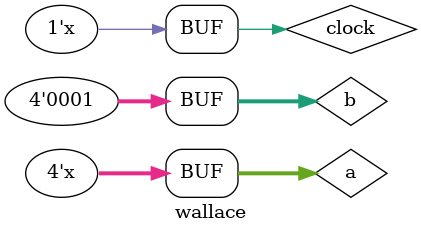
<source format=v>
 
module wallace();

reg[3:0] a,b;
wire [7:0] out;
reg clock;
initial
begin 
clock=0;
a=4'b1;
b=4'b1;
end

always # 15
a=a+1;

always #2
clock=~clock;


wallace4 DUT(
.P(out),.A(a),.B(b),.clock(clock)

);

endmodule

</source>
